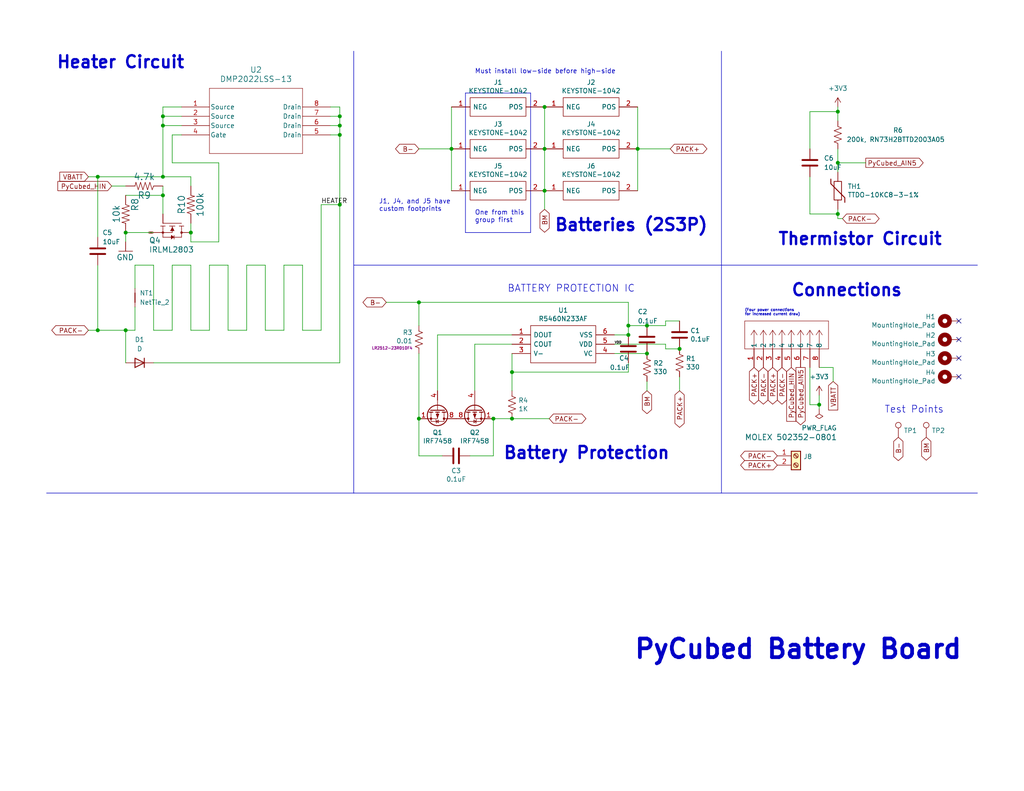
<source format=kicad_sch>
(kicad_sch (version 20230121) (generator eeschema)
  (paper "USLetter")
  (title_block (title "PyCubed Battery Board") (date "2022-04-10") (rev "Ver. 1.C.2") (company "SSI") (comment 1 "Original design by Max Holliday, slight adaptations by Grant Regen"))
  (lib_symbols
    (symbol "2024-04-24_03-49-20:DMP2022LSS-13" (pin_names (offset 0.254))
      (property "Reference" "U" (at 20.32 10.16 0))
      (property "Value" "DMP2022LSS-13" (at 20.32 7.62 0))
      (symbol "DMP2022LSS-13_0_1"
        (polyline (pts (xy 7.62 -12.7) (xy 33.02 -12.7)) (stroke (width 0.127)))
        (polyline (pts (xy 7.62 5.08) (xy 7.62 -12.7)) (stroke (width 0.127)))
        (polyline (pts (xy 33.02 -12.7) (xy 33.02 5.08)) (stroke (width 0.127)))
        (polyline (pts (xy 33.02 5.08) (xy 7.62 5.08)) (stroke (width 0.127)))
      )
      (symbol "DMP2022LSS-13_1_1"
        (pin passive line (at 0 0 0) (length 7.62) (name "Source") (number "1"))
        (pin passive line (at 0 -2.54 0) (length 7.62) (name "Source") (number "2"))
        (pin passive line (at 0 -5.08 0) (length 7.62) (name "Source") (number "3"))
        (pin passive line (at 0 -7.62 0) (length 7.62) (name "Gate") (number "4"))
        (pin passive line (at 40.64 -7.62 180) (length 7.62) (name "Drain") (number "5"))
        (pin passive line (at 40.64 -5.08 180) (length 7.62) (name "Drain") (number "6"))
        (pin passive line (at 40.64 -2.54 180) (length 7.62) (name "Drain") (number "7"))
        (pin passive line (at 40.64 0 180) (length 7.62) (name "Drain") (number "8"))
      )
    )
    (symbol "Connector:Screw_Terminal_01x02" (pin_names (offset 1.016) hide)
      (property "Reference" "J" (at 0 2.54 0))
      (property "Value" "Screw_Terminal_01x02" (at 0 -5.08 0))
      (symbol "Screw_Terminal_01x02_1_1"
        (rectangle (start -1.27 1.27) (end 1.27 -3.81) (stroke (width 0.254)) (fill (type background)))
        (circle (center 0 -2.54) (radius 0.635) (stroke (width 0.1524)))
        (polyline (pts (xy -0.5334 -2.2098) (xy 0.3302 -3.048)) (stroke (width 0.1524)))
        (polyline (pts (xy -0.5334 0.3302) (xy 0.3302 -0.508)) (stroke (width 0.1524)))
        (polyline (pts (xy -0.3556 -2.032) (xy 0.508 -2.8702)) (stroke (width 0.1524)))
        (polyline (pts (xy -0.3556 0.508) (xy 0.508 -0.3302)) (stroke (width 0.1524)))
        (circle (center 0 0) (radius 0.635) (stroke (width 0.1524)))
        (pin passive line (at -5.08 0 0) (length 3.81) (name "Pin_1") (number "1"))
        (pin passive line (at -5.08 -2.54 0) (length 3.81) (name "Pin_2") (number "2"))
      )
    )
    (symbol "Connector:TestPoint" (pin_numbers hide) (pin_names (offset 0.762) hide)
      (property "Reference" "TP" (at 0 6.858 0))
      (property "Value" "TestPoint" (at 0 5.08 0))
      (symbol "TestPoint_0_1"
        (circle (center 0 3.302) (radius 0.762))
      )
      (symbol "TestPoint_1_1"
        (pin passive line (at 0 0 90) (length 2.54) (name "1") (number "1"))
      )
    )
    (symbol "Device:C" (pin_numbers hide) (pin_names (offset 0.254))
      (property "Reference" "C" (at 0.635 2.54 0))
      (property "Value" "C" (at 0.635 -2.54 0))
      (symbol "C_0_1"
        (polyline (pts (xy -2.032 -0.762) (xy 2.032 -0.762)) (stroke (width 0.508)))
        (polyline (pts (xy -2.032 0.762) (xy 2.032 0.762)) (stroke (width 0.508)))
      )
      (symbol "C_1_1"
        (pin passive line (at 0 3.81 270) (length 2.794) (name "~") (number "1"))
        (pin passive line (at 0 -3.81 90) (length 2.794) (name "~") (number "2"))
      )
    )
    (symbol "Device:D" (pin_numbers hide) (pin_names (offset 1.016) hide)
      (property "Reference" "D" (at 0 2.54 0))
      (property "Value" "D" (at 0 -2.54 0))
      (symbol "D_0_1"
        (polyline (pts (xy -1.27 1.27) (xy -1.27 -1.27)) (stroke (width 0.254)))
        (polyline (pts (xy 1.27 0) (xy -1.27 0)))
        (polyline (pts (xy 1.27 1.27) (xy 1.27 -1.27) (xy -1.27 0) (xy 1.27 1.27)) (stroke (width 0.254)))
      )
      (symbol "D_1_1"
        (pin passive line (at -3.81 0 0) (length 2.54) (name "K") (number "1"))
        (pin passive line (at 3.81 0 180) (length 2.54) (name "A") (number "2"))
      )
    )
    (symbol "Device:NetTie_2" (pin_numbers hide) (pin_names (offset 0) hide) (in_bom no)
      (property "Reference" "NT" (at 0 1.27 0))
      (property "Value" "NetTie_2" (at 0 -1.27 0))
      (symbol "NetTie_2_0_1"
        (polyline (pts (xy -1.27 0) (xy 1.27 0)) (stroke (width 0.254)))
      )
      (symbol "NetTie_2_1_1"
        (pin passive line (at -2.54 0 0) (length 2.54) (name "1") (number "1"))
        (pin passive line (at 2.54 0 180) (length 2.54) (name "2") (number "2"))
      )
    )
    (symbol "Device:R_US" (pin_numbers hide) (pin_names (offset 0))
      (property "Reference" "R" (at 2.54 0 90))
      (property "Value" "R_US" (at -2.54 0 90))
      (symbol "R_US_0_1"
        (polyline (pts (xy 0 -2.286) (xy 0 -2.54)))
        (polyline (pts (xy 0 2.286) (xy 0 2.54)))
        (polyline (pts (xy 0 -0.762) (xy 1.016 -1.143) (xy 0 -1.524) (xy -1.016 -1.905) (xy 0 -2.286)))
        (polyline (pts (xy 0 0.762) (xy 1.016 0.381) (xy 0 0) (xy -1.016 -0.381) (xy 0 -0.762)))
        (polyline (pts (xy 0 2.286) (xy 1.016 1.905) (xy 0 1.524) (xy -1.016 1.143) (xy 0 0.762)))
      )
      (symbol "R_US_1_1"
        (pin passive line (at 0 3.81 270) (length 1.27) (name "~") (number "1"))
        (pin passive line (at 0 -3.81 90) (length 1.27) (name "~") (number "2"))
      )
    )
    (symbol "Device:Thermistor" (pin_numbers hide) (pin_names (offset 0))
      (property "Reference" "TH" (at 2.54 1.27 90))
      (property "Value" "Thermistor" (at -2.54 0 90))
      (symbol "Thermistor_0_1"
        (rectangle (start -1.016 2.54) (end 1.016 -2.54) (stroke (width 0.2032)))
        (polyline (pts (xy -1.905 3.175) (xy -1.905 1.905) (xy 1.905 -1.905) (xy 1.905 -3.175) (xy 1.905 -3.175)) (stroke (width 0.254)))
      )
      (symbol "Thermistor_1_1"
        (pin passive line (at 0 5.08 270) (length 2.54) (name "~") (number "1"))
        (pin passive line (at 0 -5.08 90) (length 2.54) (name "~") (number "2"))
      )
    )
    (symbol "Mechanical:MountingHole_Pad" (pin_numbers hide) (pin_names (offset 1.016) hide)
      (property "Reference" "H" (at 0 6.35 0))
      (property "Value" "MountingHole_Pad" (at 0 4.445 0))
      (symbol "MountingHole_Pad_0_1"
        (circle (center 0 1.27) (radius 1.27) (stroke (width 1.27)))
      )
      (symbol "MountingHole_Pad_1_1"
        (pin input line (at 0 -2.54 90) (length 2.54) (name "1") (number "1"))
      )
    )
    (symbol "Transistor_FET:IRF7404" (pin_names hide)
      (property "Reference" "Q" (at 5.08 1.905 0))
      (property "Value" "IRF7404" (at 5.08 0 0))
      (symbol "IRF7404_0_1"
        (polyline (pts (xy 0.254 0) (xy -2.54 0)))
        (polyline (pts (xy 0.254 1.905) (xy 0.254 -1.905)) (stroke (width 0.254)))
        (polyline (pts (xy 0.762 -1.27) (xy 0.762 -2.286)) (stroke (width 0.254)))
        (polyline (pts (xy 0.762 0.508) (xy 0.762 -0.508)) (stroke (width 0.254)))
        (polyline (pts (xy 0.762 2.286) (xy 0.762 1.27)) (stroke (width 0.254)))
        (polyline (pts (xy 2.54 2.54) (xy 2.54 1.778)))
        (polyline (pts (xy 2.54 -2.54) (xy 2.54 0) (xy 0.762 0)))
        (polyline (pts (xy 0.762 1.778) (xy 3.302 1.778) (xy 3.302 -1.778) (xy 0.762 -1.778)))
        (polyline (pts (xy 2.286 0) (xy 1.27 0.381) (xy 1.27 -0.381) (xy 2.286 0)) (fill (type outline)))
        (polyline (pts (xy 2.794 -0.508) (xy 2.921 -0.381) (xy 3.683 -0.381) (xy 3.81 -0.254)))
        (polyline (pts (xy 3.302 -0.381) (xy 2.921 0.254) (xy 3.683 0.254) (xy 3.302 -0.381)))
        (circle (center 1.651 0) (radius 2.794) (stroke (width 0.254)))
        (circle (center 2.54 -1.778) (radius 0.254) (fill (type outline)))
        (circle (center 2.54 1.778) (radius 0.254) (fill (type outline)))
      )
      (symbol "IRF7404_1_1"
        (pin passive line (at 2.54 -5.08 90) (length 2.54) (name "S") (number "1"))
        (pin passive line (at 2.54 -5.08 90) (length 2.54) hide (name "S") (number "2"))
        (pin passive line (at 2.54 -5.08 90) (length 2.54) hide (name "S") (number "3"))
        (pin passive line (at -5.08 0 0) (length 2.54) (name "G") (number "4"))
        (pin passive line (at 2.54 5.08 270) (length 2.54) hide (name "D") (number "5"))
        (pin passive line (at 2.54 5.08 270) (length 2.54) hide (name "D") (number "6"))
        (pin passive line (at 2.54 5.08 270) (length 2.54) hide (name "D") (number "7"))
        (pin passive line (at 2.54 5.08 270) (length 2.54) (name "D") (number "8"))
      )
    )
    (symbol "batteryboard:502352-0801" (pin_names (offset 0.254))
      (property "Reference" "J" (at 8.89 6.35 0))
      (property "Value" "502352-0801" (at 0 0 0))
      (symbol "502352-0801_1_1"
        (polyline (pts (xy 5.08 -20.32) (xy 12.7 -20.32)) (stroke (width 0.127)))
        (polyline (pts (xy 5.08 2.54) (xy 5.08 -20.32)) (stroke (width 0.127)))
        (polyline (pts (xy 10.16 -17.78) (xy 5.08 -17.78)) (stroke (width 0.127)))
        (polyline (pts (xy 10.16 -17.78) (xy 8.89 -18.6267)) (stroke (width 0.127)))
        (polyline (pts (xy 10.16 -17.78) (xy 8.89 -16.9333)) (stroke (width 0.127)))
        (polyline (pts (xy 10.16 -15.24) (xy 5.08 -15.24)) (stroke (width 0.127)))
        (polyline (pts (xy 10.16 -15.24) (xy 8.89 -16.0867)) (stroke (width 0.127)))
        (polyline (pts (xy 10.16 -15.24) (xy 8.89 -14.3933)) (stroke (width 0.127)))
        (polyline (pts (xy 10.16 -12.7) (xy 5.08 -12.7)) (stroke (width 0.127)))
        (polyline (pts (xy 10.16 -12.7) (xy 8.89 -13.5467)) (stroke (width 0.127)))
        (polyline (pts (xy 10.16 -12.7) (xy 8.89 -11.8533)) (stroke (width 0.127)))
        (polyline (pts (xy 10.16 -10.16) (xy 5.08 -10.16)) (stroke (width 0.127)))
        (polyline (pts (xy 10.16 -10.16) (xy 8.89 -11.0067)) (stroke (width 0.127)))
        (polyline (pts (xy 10.16 -10.16) (xy 8.89 -9.3133)) (stroke (width 0.127)))
        (polyline (pts (xy 10.16 -7.62) (xy 5.08 -7.62)) (stroke (width 0.127)))
        (polyline (pts (xy 10.16 -7.62) (xy 8.89 -8.4667)) (stroke (width 0.127)))
        (polyline (pts (xy 10.16 -7.62) (xy 8.89 -6.7733)) (stroke (width 0.127)))
        (polyline (pts (xy 10.16 -5.08) (xy 5.08 -5.08)) (stroke (width 0.127)))
        (polyline (pts (xy 10.16 -5.08) (xy 8.89 -5.9267)) (stroke (width 0.127)))
        (polyline (pts (xy 10.16 -5.08) (xy 8.89 -4.2333)) (stroke (width 0.127)))
        (polyline (pts (xy 10.16 -2.54) (xy 5.08 -2.54)) (stroke (width 0.127)))
        (polyline (pts (xy 10.16 -2.54) (xy 8.89 -3.3867)) (stroke (width 0.127)))
        (polyline (pts (xy 10.16 -2.54) (xy 8.89 -1.6933)) (stroke (width 0.127)))
        (polyline (pts (xy 10.16 0) (xy 5.08 0)) (stroke (width 0.127)))
        (polyline (pts (xy 10.16 0) (xy 8.89 -0.8467)) (stroke (width 0.127)))
        (polyline (pts (xy 10.16 0) (xy 8.89 0.8467)) (stroke (width 0.127)))
        (polyline (pts (xy 12.7 -20.32) (xy 12.7 2.54)) (stroke (width 0.127)))
        (polyline (pts (xy 12.7 2.54) (xy 5.08 2.54)) (stroke (width 0.127)))
        (pin unspecified line (at 0 0 0) (length 5.08) (name "1") (number "1"))
        (pin unspecified line (at 0 -2.54 0) (length 5.08) (name "2") (number "2"))
        (pin unspecified line (at 0 -5.08 0) (length 5.08) (name "3") (number "3"))
        (pin unspecified line (at 0 -7.62 0) (length 5.08) (name "4") (number "4"))
        (pin unspecified line (at 0 -10.16 0) (length 5.08) (name "5") (number "5"))
        (pin unspecified line (at 0 -12.7 0) (length 5.08) (name "6") (number "6"))
        (pin unspecified line (at 0 -15.24 0) (length 5.08) (name "7") (number "7"))
        (pin unspecified line (at 0 -17.78 0) (length 5.08) (name "8") (number "8"))
      )
      (symbol "502352-0801_1_2"
        (polyline (pts (xy 5.08 -20.32) (xy 12.7 -20.32)) (stroke (width 0.127)))
        (polyline (pts (xy 5.08 2.54) (xy 5.08 -20.32)) (stroke (width 0.127)))
        (polyline (pts (xy 7.62 -17.78) (xy 5.08 -17.78)) (stroke (width 0.127)))
        (polyline (pts (xy 7.62 -17.78) (xy 8.89 -18.6267)) (stroke (width 0.127)))
        (polyline (pts (xy 7.62 -17.78) (xy 8.89 -16.9333)) (stroke (width 0.127)))
        (polyline (pts (xy 7.62 -15.24) (xy 5.08 -15.24)) (stroke (width 0.127)))
        (polyline (pts (xy 7.62 -15.24) (xy 8.89 -16.0867)) (stroke (width 0.127)))
        (polyline (pts (xy 7.62 -15.24) (xy 8.89 -14.3933)) (stroke (width 0.127)))
        (polyline (pts (xy 7.62 -12.7) (xy 5.08 -12.7)) (stroke (width 0.127)))
        (polyline (pts (xy 7.62 -12.7) (xy 8.89 -13.5467)) (stroke (width 0.127)))
        (polyline (pts (xy 7.62 -12.7) (xy 8.89 -11.8533)) (stroke (width 0.127)))
        (polyline (pts (xy 7.62 -10.16) (xy 5.08 -10.16)) (stroke (width 0.127)))
        (polyline (pts (xy 7.62 -10.16) (xy 8.89 -11.0067)) (stroke (width 0.127)))
        (polyline (pts (xy 7.62 -10.16) (xy 8.89 -9.3133)) (stroke (width 0.127)))
        (polyline (pts (xy 7.62 -7.62) (xy 5.08 -7.62)) (stroke (width 0.127)))
        (polyline (pts (xy 7.62 -7.62) (xy 8.89 -8.4667)) (stroke (width 0.127)))
        (polyline (pts (xy 7.62 -7.62) (xy 8.89 -6.7733)) (stroke (width 0.127)))
        (polyline (pts (xy 7.62 -5.08) (xy 5.08 -5.08)) (stroke (width 0.127)))
        (polyline (pts (xy 7.62 -5.08) (xy 8.89 -5.9267)) (stroke (width 0.127)))
        (polyline (pts (xy 7.62 -5.08) (xy 8.89 -4.2333)) (stroke (width 0.127)))
        (polyline (pts (xy 7.62 -2.54) (xy 5.08 -2.54)) (stroke (width 0.127)))
        (polyline (pts (xy 7.62 -2.54) (xy 8.89 -3.3867)) (stroke (width 0.127)))
        (polyline (pts (xy 7.62 -2.54) (xy 8.89 -1.6933)) (stroke (width 0.127)))
        (polyline (pts (xy 7.62 0) (xy 5.08 0)) (stroke (width 0.127)))
        (polyline (pts (xy 7.62 0) (xy 8.89 -0.8467)) (stroke (width 0.127)))
        (polyline (pts (xy 7.62 0) (xy 8.89 0.8467)) (stroke (width 0.127)))
        (polyline (pts (xy 12.7 -20.32) (xy 12.7 2.54)) (stroke (width 0.127)))
        (polyline (pts (xy 12.7 2.54) (xy 5.08 2.54)) (stroke (width 0.127)))
        (pin unspecified line (at 0 0 0) (length 5.08) (name "1") (number "1"))
        (pin unspecified line (at 0 -2.54 0) (length 5.08) (name "2") (number "2"))
        (pin unspecified line (at 0 -5.08 0) (length 5.08) (name "3") (number "3"))
        (pin unspecified line (at 0 -7.62 0) (length 5.08) (name "4") (number "4"))
        (pin unspecified line (at 0 -10.16 0) (length 5.08) (name "5") (number "5"))
        (pin unspecified line (at 0 -12.7 0) (length 5.08) (name "6") (number "6"))
        (pin unspecified line (at 0 -15.24 0) (length 5.08) (name "7") (number "7"))
        (pin unspecified line (at 0 -17.78 0) (length 5.08) (name "8") (number "8"))
      )
    )
    (symbol "batteryboard:Keystone-1042" (pin_names (offset 0.762))
      (property "Reference" "J" (at 11.43 6.35 0))
      (property "Value" "Keystone-1042" (at 10.16 3.81 0))
      (symbol "Keystone-1042_0_0"
        (pin power_out line (at 0 0 0) (length 5.08) (name "NEG") (number "1"))
        (pin power_out line (at 25.4 0 180) (length 5.08) (name "POS") (number "2"))
      )
      (symbol "Keystone-1042_0_1"
        (polyline (pts (xy 5.08 2.54) (xy 20.32 2.54) (xy 20.32 -2.54) (xy 5.08 -2.54) (xy 5.08 2.54)) (stroke (width 0.1524)))
      )
    )
    (symbol "batteryboard:R5460N233AF" (pin_names (offset 0.762))
      (property "Reference" "U" (at 12.7 3.81 0))
      (property "Value" "R5460N233AF" (at 7.62 -8.89 0))
      (symbol "R5460N233AF_0_0"
        (pin output line (at 0 0 0) (length 5.08) (name "DOUT") (number "1"))
        (pin output line (at 0 -2.54 0) (length 5.08) (name "COUT") (number "2"))
        (pin input line (at 0 -5.08 0) (length 5.08) (name "V-") (number "3"))
        (pin input line (at 27.94 -5.08 180) (length 5.08) (name "VC") (number "4"))
        (pin power_in line (at 27.94 -2.54 180) (length 5.08) (name "VDD") (number "5"))
        (pin power_in line (at 27.94 0 180) (length 5.08) (name "VSS") (number "6"))
      )
      (symbol "R5460N233AF_0_1"
        (polyline (pts (xy 5.08 2.54) (xy 22.86 2.54) (xy 22.86 -7.62) (xy 5.08 -7.62) (xy 5.08 2.54)) (stroke (width 0.1524)))
      )
    )
    (symbol "mainboard:GND" (power) (pin_names (offset 1.016))
      (property "Value" "GND" (at -2.54 -2.54 0))
      (symbol "GND_1_0"
        (polyline (pts (xy -1.905 0) (xy 1.905 0)))
        (pin power_in line (at 0 2.54 270) (length 2.54) (name "GND") (number "1"))
      )
    )
    (symbol "mainboard:IRLML2803TRPBF" (pin_names (offset 1.016))
      (property "Reference" "Q" (at -11.43 1.27 0))
      (property "Value" "IRLML2803TRPBF" (at -11.43 3.81 0))
      (symbol "IRLML2803TRPBF_1_0"
        (polyline (pts (xy 0 2.54) (xy 0 -2.54)))
        (polyline (pts (xy 0.762 -2.54) (xy 0.762 -3.175)))
        (polyline (pts (xy 0.762 -1.905) (xy 0.762 -2.54)))
        (polyline (pts (xy 0.762 0) (xy 0.762 -0.762)))
        (polyline (pts (xy 0.762 0) (xy 2.54 0)))
        (polyline (pts (xy 0.762 0.762) (xy 0.762 0)))
        (polyline (pts (xy 0.762 2.54) (xy 0.762 1.905)))
        (polyline (pts (xy 0.762 2.54) (xy 3.81 2.54)))
        (polyline (pts (xy 0.762 3.175) (xy 0.762 2.54)))
        (polyline (pts (xy 2.54 -2.54) (xy 0.762 -2.54)))
        (polyline (pts (xy 2.54 -2.54) (xy 3.81 -2.54)))
        (polyline (pts (xy 2.54 0) (xy 2.54 -2.54)))
        (polyline (pts (xy 3.302 0.508) (xy 3.81 0.508)))
        (polyline (pts (xy 3.81 -0.508) (xy 3.81 -2.54)))
        (polyline (pts (xy 3.81 0.508) (xy 3.81 -0.508)))
        (polyline (pts (xy 3.81 0.508) (xy 4.318 0.508)))
        (polyline (pts (xy 3.81 2.54) (xy 3.81 0.508)))
        (polyline (pts (xy 1.016 0) (xy 2.032 0.508) (xy 2.032 -0.508)) (fill (type outline)))
        (polyline (pts (xy 3.81 0.508) (xy 3.302 -0.254) (xy 4.318 -0.254)) (fill (type outline)))
        (circle (center 2.54 -2.54) (radius 0.254))
        (circle (center 2.54 2.54) (radius 0.254))
        (pin passive line (at -2.54 -2.54 0) (length 2.54) (name "G") (number "1"))
        (pin passive line (at 2.54 -5.08 90) (length 2.54) (name "S") (number "2"))
        (pin passive line (at 2.54 5.08 270) (length 2.54) (name "D") (number "3"))
      )
    )
    (symbol "mainboard:RESISTOR0603" (pin_names (offset 1.016))
      (property "Reference" "R" (at 0 1.524 0))
      (property "Value" "RESISTOR0603" (at 0 -1.524 0))
      (symbol "RESISTOR0603_1_0"
        (polyline (pts (xy -2.54 0) (xy -2.159 1.016)))
        (polyline (pts (xy -2.159 1.016) (xy -1.524 -1.016)))
        (polyline (pts (xy -1.524 -1.016) (xy -0.889 1.016)))
        (polyline (pts (xy -0.889 1.016) (xy -0.254 -1.016)))
        (polyline (pts (xy -0.254 -1.016) (xy 0.381 1.016)))
        (polyline (pts (xy 0.381 1.016) (xy 1.016 -1.016)))
        (polyline (pts (xy 1.016 -1.016) (xy 1.651 1.016)))
        (polyline (pts (xy 1.651 1.016) (xy 2.286 -1.016)))
        (polyline (pts (xy 2.286 -1.016) (xy 2.54 0)))
        (pin passive line (at -5.08 0 0) (length 2.54) (name "1") (number "1"))
        (pin passive line (at 5.08 0 180) (length 2.54) (name "2") (number "2"))
      )
    )
    (symbol "power:+3V3" (power) (pin_names (offset 0))
      (property "Value" "+3V3" (at 0 3.556 0))
      (symbol "+3V3_0_1"
        (polyline (pts (xy -0.762 1.27) (xy 0 2.54)))
        (polyline (pts (xy 0 0) (xy 0 2.54)))
        (polyline (pts (xy 0 2.54) (xy 0.762 1.27)))
      )
      (symbol "+3V3_1_1"
        (pin power_in line (at 0 0 90) (length 0) hide (name "+3V3") (number "1"))
      )
    )
    (symbol "power:PWR_FLAG" (power) (pin_numbers hide) (pin_names (offset 0) hide)
      (property "Value" "PWR_FLAG" (at 0 3.81 0))
      (symbol "PWR_FLAG_0_0"
        (pin power_out line (at 0 0 90) (length 0) (name "pwr") (number "1"))
      )
      (symbol "PWR_FLAG_0_1"
        (polyline (pts (xy 0 0) (xy 0 1.27) (xy -1.016 1.905) (xy 0 2.54) (xy 1.016 1.905) (xy 0 1.27)))
      )
    )
  )
  (junction (at 34.29 90.17))
  (junction (at 185.42 95.25))
  (junction (at 44.45 31.75))
  (junction (at 34.29 63.5))
  (junction (at 26.67 90.17))
  (junction (at 139.7 114.3))
  (junction (at 228.6 44.45))
  (junction (at 139.7 101.6))
  (junction (at 171.45 88.9))
  (junction (at 92.71 34.29))
  (junction (at 171.45 91.44))
  (junction (at 148.59 52.07))
  (junction (at 92.71 36.83))
  (junction (at 44.45 53.34))
  (junction (at 114.3 82.55))
  (junction (at 223.52 110.49))
  (junction (at 26.67 48.26))
  (junction (at 148.59 29.21))
  (junction (at 173.99 40.64))
  (junction (at 123.19 40.64))
  (junction (at 228.6 58.42))
  (junction (at 92.71 55.88))
  (junction (at 92.71 31.75))
  (junction (at 228.6 30.48))
  (junction (at 176.53 96.52))
  (junction (at 52.07 63.5))
  (junction (at 176.53 88.9))
  (junction (at 148.59 40.64))
  (junction (at 114.3 114.3))
  (junction (at 134.62 114.3))
  (junction (at 44.45 48.26))
  (junction (at 44.45 34.29))
  (no_connect (at 261.62 102.87))
  (no_connect (at 261.62 92.71))
  (no_connect (at 261.62 97.79))
  (no_connect (at 261.62 87.63))
  (wire (pts (xy 82.55 72.39) (xy 77.47 72.39)))
  (wire (pts (xy 171.45 82.55) (xy 114.3 82.55)))
  (wire (pts (xy 44.45 48.26) (xy 44.45 34.29)))
  (wire (pts (xy 46.99 90.17) (xy 41.91 90.17)))
  (wire (pts (xy 171.45 99.06) (xy 171.45 101.6)))
  (wire (pts (xy 114.3 124.46) (xy 114.3 114.3)))
  (wire (pts (xy 148.59 52.07) (xy 148.59 57.15)))
  (wire (pts (xy 52.07 72.39) (xy 46.99 72.39)))
  (wire (pts (xy 139.7 106.68) (xy 139.7 101.6)))
  (wire (pts (xy 36.83 72.39) (xy 36.83 78.74)))
  (wire (pts (xy 46.99 72.39) (xy 46.99 90.17)))
  (wire (pts (xy 34.29 50.8) (xy 30.48 50.8)))
  (wire (pts (xy 34.29 53.34) (xy 44.45 53.34)))
  (wire (pts (xy 59.69 44.45) (xy 46.99 44.45)))
  (wire (pts (xy 92.71 34.29) (xy 92.71 31.75)))
  (wire (pts (xy 176.53 88.9) (xy 181.61 88.9)))
  (wire (pts (xy 41.91 63.5) (xy 34.29 63.5)))
  (wire (pts (xy 62.23 90.17) (xy 62.23 72.39)))
  (wire (pts (xy 59.69 66.04) (xy 59.69 44.45)))
  (wire (pts (xy 67.31 72.39) (xy 67.31 90.17)))
  (wire (pts (xy 34.29 63.5) (xy 34.29 66.04)))
  (wire (pts (xy 44.45 48.26) (xy 52.07 48.26)))
  (wire (pts (xy 41.91 90.17) (xy 41.91 72.39)))
  (wire (pts (xy 223.52 107.95) (xy 223.52 110.49)))
  (polyline (pts (xy 127 25.4) (xy 144.78 25.4)))
  (wire (pts (xy 119.38 91.44) (xy 139.7 91.44)))
  (wire (pts (xy 123.19 52.07) (xy 123.19 40.64)))
  (wire (pts (xy 220.98 40.64) (xy 220.98 30.48)))
  (wire (pts (xy 41.91 99.06) (xy 92.71 99.06)))
  (wire (pts (xy 176.53 106.68) (xy 176.53 104.14)))
  (wire (pts (xy 114.3 114.3) (xy 114.3 96.52)))
  (wire (pts (xy 123.19 40.64) (xy 123.19 29.21)))
  (wire (pts (xy 52.07 90.17) (xy 52.07 72.39)))
  (wire (pts (xy 119.38 106.68) (xy 119.38 91.44)))
  (wire (pts (xy 57.15 90.17) (xy 52.07 90.17)))
  (wire (pts (xy 57.15 72.39) (xy 57.15 90.17)))
  (wire (pts (xy 87.63 90.17) (xy 82.55 90.17)))
  (wire (pts (xy 44.45 29.21) (xy 49.53 29.21)))
  (wire (pts (xy 123.19 40.64) (xy 114.3 40.64)))
  (wire (pts (xy 92.71 55.88) (xy 92.71 36.83)))
  (wire (pts (xy 223.52 111.76) (xy 223.52 110.49)))
  (wire (pts (xy 128.27 124.46) (xy 134.62 124.46)))
  (wire (pts (xy 223.52 110.49) (xy 220.98 110.49)))
  (wire (pts (xy 228.6 44.45) (xy 228.6 40.64)))
  (wire (pts (xy 26.67 90.17) (xy 34.29 90.17)))
  (wire (pts (xy 173.99 40.64) (xy 182.88 40.64)))
  (wire (pts (xy 167.64 91.44) (xy 171.45 91.44)))
  (wire (pts (xy 185.42 106.68) (xy 185.42 102.87)))
  (wire (pts (xy 72.39 90.17) (xy 72.39 72.39)))
  (wire (pts (xy 46.99 44.45) (xy 46.99 36.83)))
  (wire (pts (xy 67.31 90.17) (xy 62.23 90.17)))
  (wire (pts (xy 77.47 72.39) (xy 77.47 90.17)))
  (wire (pts (xy 171.45 88.9) (xy 176.53 88.9)))
  (wire (pts (xy 92.71 31.75) (xy 92.71 29.21)))
  (wire (pts (xy 87.63 55.88) (xy 87.63 90.17)))
  (wire (pts (xy 171.45 88.9) (xy 171.45 91.44)))
  (wire (pts (xy 92.71 36.83) (xy 92.71 34.29)))
  (wire (pts (xy 148.59 40.64) (xy 148.59 52.07)))
  (wire (pts (xy 181.61 88.9) (xy 181.61 87.63)))
  (wire (pts (xy 44.45 31.75) (xy 44.45 29.21)))
  (wire (pts (xy 92.71 55.88) (xy 87.63 55.88)))
  (polyline (pts (xy 12.7 134.62) (xy 96.52 134.62)))
  (wire (pts (xy 134.62 114.3) (xy 139.7 114.3)))
  (wire (pts (xy 181.61 87.63) (xy 185.42 87.63)))
  (wire (pts (xy 171.45 101.6) (xy 139.7 101.6)))
  (wire (pts (xy 171.45 88.9) (xy 171.45 82.55)))
  (wire (pts (xy 77.47 90.17) (xy 72.39 90.17)))
  (wire (pts (xy 114.3 82.55) (xy 105.41 82.55)))
  (polyline (pts (xy 96.52 134.62) (xy 96.52 13.97)))
  (wire (pts (xy 228.6 59.69) (xy 228.6 58.42)))
  (wire (pts (xy 129.54 93.98) (xy 129.54 106.68)))
  (wire (pts (xy 26.67 72.39) (xy 26.67 90.17)))
  (wire (pts (xy 90.17 31.75) (xy 92.71 31.75)))
  (wire (pts (xy 72.39 72.39) (xy 67.31 72.39)))
  (wire (pts (xy 44.45 50.8) (xy 44.45 53.34)))
  (wire (pts (xy 24.13 48.26) (xy 26.67 48.26)))
  (wire (pts (xy 134.62 124.46) (xy 134.62 114.3)))
  (wire (pts (xy 52.07 66.04) (xy 52.07 63.5)))
  (wire (pts (xy 228.6 58.42) (xy 228.6 57.15)))
  (wire (pts (xy 34.29 90.17) (xy 36.83 90.17)))
  (wire (pts (xy 120.65 124.46) (xy 114.3 124.46)))
  (wire (pts (xy 228.6 30.48) (xy 228.6 33.02)))
  (wire (pts (xy 36.83 83.82) (xy 36.83 90.17)))
  (wire (pts (xy 44.45 34.29) (xy 49.53 34.29)))
  (wire (pts (xy 149.86 114.3) (xy 139.7 114.3)))
  (wire (pts (xy 139.7 101.6) (xy 139.7 96.52)))
  (wire (pts (xy 44.45 53.34) (xy 44.45 58.42)))
  (wire (pts (xy 90.17 29.21) (xy 92.71 29.21)))
  (wire (pts (xy 26.67 48.26) (xy 44.45 48.26)))
  (wire (pts (xy 228.6 46.99) (xy 228.6 44.45)))
  (wire (pts (xy 92.71 99.06) (xy 92.71 55.88)))
  (wire (pts (xy 227.33 104.14) (xy 227.33 100.33)))
  (wire (pts (xy 181.61 93.98) (xy 181.61 95.25)))
  (wire (pts (xy 220.98 58.42) (xy 220.98 48.26)))
  (wire (pts (xy 52.07 60.96) (xy 52.07 63.5)))
  (polyline (pts (xy 144.78 25.4) (xy 144.78 63.5)))
  (wire (pts (xy 148.59 29.21) (xy 148.59 40.64)))
  (polyline (pts (xy 144.78 63.5) (xy 127 63.5)))
  (polyline (pts (xy 196.85 13.97) (xy 196.85 134.62)))
  (wire (pts (xy 227.33 100.33) (xy 223.52 100.33)))
  (polyline (pts (xy 96.52 72.39) (xy 266.7 72.39)))
  (wire (pts (xy 173.99 52.07) (xy 173.99 40.64)))
  (wire (pts (xy 228.6 44.45) (xy 236.22 44.45)))
  (polyline (pts (xy 96.52 134.62) (xy 266.7 134.62)))
  (wire (pts (xy 114.3 82.55) (xy 114.3 88.9)))
  (wire (pts (xy 26.67 48.26) (xy 26.67 64.77)))
  (wire (pts (xy 220.98 110.49) (xy 220.98 100.33)))
  (polyline (pts (xy 127 63.5) (xy 127 25.4)))
  (wire (pts (xy 34.29 90.17) (xy 34.29 99.06)))
  (wire (pts (xy 229.87 59.69) (xy 228.6 59.69)))
  (wire (pts (xy 52.07 48.26) (xy 52.07 50.8)))
  (wire (pts (xy 24.13 90.17) (xy 26.67 90.17)))
  (wire (pts (xy 44.45 34.29) (xy 44.45 31.75)))
  (wire (pts (xy 41.91 72.39) (xy 36.83 72.39)))
  (wire (pts (xy 62.23 72.39) (xy 57.15 72.39)))
  (wire (pts (xy 82.55 72.39) (xy 82.55 90.17)))
  (wire (pts (xy 44.45 31.75) (xy 49.53 31.75)))
  (wire (pts (xy 46.99 36.83) (xy 49.53 36.83)))
  (wire (pts (xy 167.64 93.98) (xy 181.61 93.98)))
  (wire (pts (xy 173.99 40.64) (xy 173.99 29.21)))
  (wire (pts (xy 220.98 30.48) (xy 228.6 30.48)))
  (wire (pts (xy 90.17 34.29) (xy 92.71 34.29)))
  (wire (pts (xy 181.61 95.25) (xy 185.42 95.25)))
  (wire (pts (xy 167.64 96.52) (xy 176.53 96.52)))
  (wire (pts (xy 220.98 58.42) (xy 228.6 58.42)))
  (wire (pts (xy 129.54 93.98) (xy 139.7 93.98)))
  (wire (pts (xy 52.07 66.04) (xy 59.69 66.04)))
  (wire (pts (xy 90.17 36.83) (xy 92.71 36.83)))
  (wire (pts (xy 228.6 29.21) (xy 228.6 30.48)))
  (text "Connections" (at 246.38 81.28 0) (effects (font (size 3.2766 3.2766) (thickness 0.6553) bold) (justify right bottom)))
  (text "(Four power connections \nfor increased current draw)" (at 203.2 86.36 0) (effects (font (size 0.7112 0.7112)) (justify left bottom)))
  (text "One from this \ngroup first" (at 129.54 60.96 0) (effects (font (size 1.27 1.27)) (justify left bottom)))
  (text "PyCubed Battery Board" (at 172.72 180.34 0) (effects (font (size 5.08 5.08) (thickness 1.016) bold) (justify left bottom)))
  (text "Batteries (2S3P)" (at 151.13 63.5 0) (effects (font (size 3.2766 3.2766) (thickness 0.6553) bold) (justify left bottom)))
  (text "Heater Circuit" (at 15.24 19.05 0) (effects (font (size 3.2766 3.2766) (thickness 0.6553) bold) (justify left bottom)))
  (text "Test Points" (at 241.3 113.03 0) (effects (font (size 1.905 1.905)) (justify left bottom)))
  (text "J1, J4, and J5 have\ncustom footprints" (at 103.378 57.912 0) (effects (font (size 1.27 1.27)) (justify left bottom)))
  (text "Battery Protection" (at 137.16 125.73 0) (effects (font (size 3.2766 3.2766) (thickness 0.6553) bold) (justify left bottom)))
  (text "Must install low-side before high-side" (at 129.54 20.32 0) (effects (font (size 1.27 1.27)) (justify left bottom)))
  (text "Thermistor Circuit" (at 212.09 67.31 0) (effects (font (size 3.2766 3.2766) (thickness 0.6553) bold) (justify left bottom)))
  (text "BATTERY PROTECTION IC" (at 138.43 80.01 0) (effects (font (size 1.905 1.905)) (justify left bottom)))
  (label "HEATER" (at 87.63 55.88 0))
  (label "VDD" (at 167.64 93.98 0) (effects (font (size 0.635 0.635))))
  (global_label "PACK+" (shape bidirectional) (at 210.82 100.33 270) (property "Intersheetrefs" "${INTERSHEET_REFS}" (effects hide)))
  (global_label "PyCubed_AIN5" (shape output) (at 218.44 100.33 270) (property "Intersheetrefs" "${INTERSHEET_REFS}" (effects hide)))
  (global_label "PyCubed_HIN" (shape input) (at 215.9 100.33 270) (property "Intersheetrefs" "${INTERSHEET_REFS}" (effects hide)))
  (global_label "GND" (shape bidirectional) (at 41.91 63.5 180) (effects (font (size 0.254 0.254))) (property "Intersheetrefs" "${INTERSHEET_REFS}" (effects hide)))
  (global_label "VBATT" (shape input) (at 227.33 104.14 270) (property "Intersheetrefs" "${INTERSHEET_REFS}" (effects hide)))
  (global_label "PACK+" (shape bidirectional) (at 212.09 127 180) (property "Intersheetrefs" "${INTERSHEET_REFS}" (effects hide)))
  (global_label "VBATT" (shape input) (at 24.13 48.26 180) (property "Intersheetrefs" "${INTERSHEET_REFS}" (effects hide)))
  (global_label "PACK-" (shape bidirectional) (at 229.87 59.69 0) (property "Intersheetrefs" "${INTERSHEET_REFS}" (effects hide)))
  (global_label "PACK+" (shape bidirectional) (at 185.42 106.68 270) (property "Intersheetrefs" "${INTERSHEET_REFS}" (effects hide)))
  (global_label "PACK-" (shape bidirectional) (at 212.09 124.46 180) (property "Intersheetrefs" "${INTERSHEET_REFS}" (effects hide)))
  (global_label "B-" (shape bidirectional) (at 114.3 40.64 180) (property "Intersheetrefs" "${INTERSHEET_REFS}" (effects hide)))
  (global_label "B-" (shape bidirectional) (at 245.11 119.38 270) (property "Intersheetrefs" "${INTERSHEET_REFS}" (effects hide)))
  (global_label "B-" (shape bidirectional) (at 105.41 82.55 180) (property "Intersheetrefs" "${INTERSHEET_REFS}" (effects hide)))
  (global_label "BM" (shape bidirectional) (at 176.53 106.68 270) (property "Intersheetrefs" "${INTERSHEET_REFS}" (effects hide)))
  (global_label "PACK-" (shape bidirectional) (at 149.86 114.3 0) (property "Intersheetrefs" "${INTERSHEET_REFS}" (effects hide)))
  (global_label "BM" (shape bidirectional) (at 148.59 57.15 270) (property "Intersheetrefs" "${INTERSHEET_REFS}" (effects hide)))
  (global_label "PACK-" (shape bidirectional) (at 208.28 100.33 270) (property "Intersheetrefs" "${INTERSHEET_REFS}" (effects hide)))
  (global_label "PACK-" (shape bidirectional) (at 24.13 90.17 180) (property "Intersheetrefs" "${INTERSHEET_REFS}" (effects hide)))
  (global_label "PyCubed_HIN" (shape input) (at 30.48 50.8 180) (property "Intersheetrefs" "${INTERSHEET_REFS}" (effects hide)))
  (global_label "PACK+" (shape bidirectional) (at 205.74 100.33 270) (property "Intersheetrefs" "${INTERSHEET_REFS}" (effects hide)))
  (global_label "PACK-" (shape bidirectional) (at 213.36 100.33 270) (property "Intersheetrefs" "${INTERSHEET_REFS}" (effects hide)))
  (global_label "BM" (shape bidirectional) (at 252.73 119.38 270) (property "Intersheetrefs" "${INTERSHEET_REFS}" (effects hide)))
  (global_label "PACK+" (shape bidirectional) (at 182.88 40.64 0) (property "Intersheetrefs" "${INTERSHEET_REFS}" (effects hide)))
  (global_label "PyCubed_AIN5" (shape output) (at 236.22 44.45 0) (property "Intersheetrefs" "${INTERSHEET_REFS}" (effects hide)))
  (symbol (lib_id "batteryboard:Keystone-1042") (at 148.59 29.21 0) (unit 1)
    (property "Reference" "J2" (at 161.29 22.479 0))
    (property "Value" "KEYSTONE-1042" (at 161.29 24.7904 0))
    (property "Footprint" "batteryboard:Keystone_1042" (effects hide))
    (property "Datasheet" "http://www.mouser.com/ds/2/215/042-744829.pdf" (effects hide))
    (property "Description" "Cylindrical Battery Contacts, Clips, Holders & Springs 18650 S/M PC BATTERY HOLDER" (effects hide))
    (property "Manufacturer_Name" "Keystone Electronics" (effects hide))
    (property "Manufacturer_Part_Number" "1042" (effects hide))
    (property "Mouser Part Number" "534-1042" (effects hide))
    (property "Mouser Price/Stock" "https://www.mouser.com/Search/Refine.aspx?Keyword=534-1042" (effects hide))
  )
  (symbol (lib_id "batteryboard:Keystone-1042") (at 123.19 29.21 0) (unit 1)
    (property "Reference" "J1" (at 135.89 22.479 0))
    (property "Value" "KEYSTONE-1042" (at 135.89 24.7904 0))
    (property "Footprint" "batteryboard:Keystone_1042" (effects hide))
    (property "Datasheet" "http://www.mouser.com/ds/2/215/042-744829.pdf" (effects hide))
    (property "Description" "Cylindrical Battery Contacts, Clips, Holders & Springs 18650 S/M PC BATTERY HOLDER" (effects hide))
    (property "Manufacturer_Name" "Keystone Electronics" (effects hide))
    (property "Manufacturer_Part_Number" "1042" (effects hide))
    (property "Mouser Part Number" "534-1042" (effects hide))
    (property "Mouser Price/Stock" "https://www.mouser.com/Search/Refine.aspx?Keyword=534-1042" (effects hide))
  )
  (symbol (lib_id "batteryboard:Keystone-1042") (at 123.19 40.64 0) (unit 1)
    (property "Reference" "J3" (at 135.89 33.909 0))
    (property "Value" "KEYSTONE-1042" (at 135.89 36.2204 0))
    (property "Footprint" "batteryboard:Keystone_1042" (effects hide))
    (property "Datasheet" "http://www.mouser.com/ds/2/215/042-744829.pdf" (effects hide))
    (property "Description" "Cylindrical Battery Contacts, Clips, Holders & Springs 18650 S/M PC BATTERY HOLDER" (effects hide))
    (property "Manufacturer_Name" "Keystone Electronics" (effects hide))
    (property "Manufacturer_Part_Number" "1042" (effects hide))
    (property "Mouser Part Number" "534-1042" (effects hide))
    (property "Mouser Price/Stock" "https://www.mouser.com/Search/Refine.aspx?Keyword=534-1042" (effects hide))
  )
  (symbol (lib_id "batteryboard:Keystone-1042") (at 148.59 40.64 0) (unit 1)
    (property "Reference" "J4" (at 161.29 33.909 0))
    (property "Value" "KEYSTONE-1042" (at 161.29 36.2204 0))
    (property "Footprint" "batteryboard:Keystone_1042" (effects hide))
    (property "Datasheet" "http://www.mouser.com/ds/2/215/042-744829.pdf" (effects hide))
    (property "Description" "Cylindrical Battery Contacts, Clips, Holders & Springs 18650 S/M PC BATTERY HOLDER" (effects hide))
    (property "Manufacturer_Name" "Keystone Electronics" (effects hide))
    (property "Manufacturer_Part_Number" "1042" (effects hide))
    (property "Mouser Part Number" "534-1042" (effects hide))
    (property "Mouser Price/Stock" "https://www.mouser.com/Search/Refine.aspx?Keyword=534-1042" (effects hide))
  )
  (symbol (lib_id "batteryboard:Keystone-1042") (at 123.19 52.07 0) (unit 1)
    (property "Reference" "J5" (at 135.89 45.339 0))
    (property "Value" "KEYSTONE-1042" (at 135.89 47.6504 0))
    (property "Footprint" "batteryboard:Keystone_1042" (effects hide))
    (property "Datasheet" "http://www.mouser.com/ds/2/215/042-744829.pdf" (effects hide))
    (property "Description" "Cylindrical Battery Contacts, Clips, Holders & Springs 18650 S/M PC BATTERY HOLDER" (effects hide))
    (property "Manufacturer_Name" "Keystone Electronics" (effects hide))
    (property "Manufacturer_Part_Number" "1042" (effects hide))
    (property "Mouser Part Number" "534-1042" (effects hide))
    (property "Mouser Price/Stock" "https://www.mouser.com/Search/Refine.aspx?Keyword=534-1042" (effects hide))
  )
  (symbol (lib_id "batteryboard:Keystone-1042") (at 148.59 52.07 0) (unit 1)
    (property "Reference" "J6" (at 161.29 45.339 0))
    (property "Value" "KEYSTONE-1042" (at 161.29 47.6504 0))
    (property "Footprint" "batteryboard:Keystone_1042" (effects hide))
    (property "Datasheet" "http://www.mouser.com/ds/2/215/042-744829.pdf" (effects hide))
    (property "Description" "Cylindrical Battery Contacts, Clips, Holders & Springs 18650 S/M PC BATTERY HOLDER" (effects hide))
    (property "Manufacturer_Name" "Keystone Electronics" (effects hide))
    (property "Manufacturer_Part_Number" "1042" (effects hide))
    (property "Mouser Part Number" "534-1042" (effects hide))
    (property "Mouser Price/Stock" "https://www.mouser.com/Search/Refine.aspx?Keyword=534-1042" (effects hide))
  )
  (symbol (lib_id "batteryboard:R5460N233AF") (at 139.7 91.44 0) (unit 1)
    (property "Reference" "U1" (at 153.67 84.709 0))
    (property "Value" "R5460N233AF" (at 153.67 87.0204 0))
    (property "Footprint" "Package_TO_SOT_SMD:SOT-23-6" (effects hide))
    (property "Datasheet" "http://www.mouser.com/datasheet/2/792/r5460-e-1085730.pdf" (effects hide))
    (property "Description" "Battery Management 2-Cell Li-ion Protection IC" (effects hide))
    (property "Height" "1.3" (effects hide))
    (property "Manufacturer_Name" "Ricoh Electronic Devices Company" (effects hide))
    (property "Manufacturer_Part_Number" "R5460N233AF-TR-FE" (effects hide))
    (property "Mouser Part Number" "848-R5460N233AFTRFE" (effects hide))
    (property "Mouser Price/Stock" "https://www.mouser.com/Search/Refine.aspx?Keyword=848-R5460N233AFTRFE" (effects hide))
  )
  (symbol (lib_id "Connector:TestPoint") (at 245.11 119.38 0) (unit 1)
    (property "Reference" "TP1" (at 246.5832 117.5512 0) (effects (justify left)))
    (property "Value" "TestPoint" (effects hide))
    (property "Footprint" "TestPoint:TestPoint_Loop_D1.80mm_Drill1.0mm_Beaded" (effects hide))
    (property "DNP" "DNP" (effects hide))
  )
  (symbol (lib_id "Connector:TestPoint") (at 252.73 119.38 0) (unit 1)
    (property "Reference" "TP2" (at 254.2032 117.5512 0) (effects (justify left)))
    (property "Value" "TestPoint" (effects hide))
    (property "Footprint" "TestPoint:TestPoint_Loop_D1.80mm_Drill1.0mm_Beaded" (effects hide))
    (property "DNP" "DNP" (effects hide))
  )
  (symbol (lib_id "Transistor_FET:IRF7404") (at 129.54 111.76 90) (mirror x) (unit 1)
    (property "Reference" "Q2" (at 129.54 118.0846 90))
    (property "Value" "IRF7458" (at 129.54 120.396 90))
    (property "Footprint" "Package_SO:SOIC-8_3.9x4.9mm_P1.27mm" (effects hide))
    (property "Datasheet" "http://www.infineon.com/dgdl/irf7404.pdf?fileId=5546d462533600a4015355fa2b5b1b9e" (effects hide))
  )
  (symbol (lib_id "Transistor_FET:IRF7404") (at 119.38 111.76 270) (unit 1)
    (property "Reference" "Q1" (at 119.38 118.0846 90))
    (property "Value" "IRF7458" (at 119.38 120.396 90))
    (property "Footprint" "Package_SO:SOIC-8_3.9x4.9mm_P1.27mm" (effects hide))
    (property "Datasheet" "http://www.infineon.com/dgdl/irf7404.pdf?fileId=5546d462533600a4015355fa2b5b1b9e" (effects hide))
  )
  (symbol (lib_id "Device:R_US") (at 176.53 100.33 180) (unit 1)
    (property "Reference" "R2" (at 178.2572 99.1616 0) (effects (justify right)))
    (property "Value" "330" (at 178.2572 101.473 0) (effects (justify right)))
    (property "Footprint" "Resistor_SMD:R_0603_1608Metric" (effects hide))
  )
  (symbol (lib_id "Device:C") (at 176.53 92.71 0) (unit 1)
    (property "Reference" "C2" (at 173.99 85.09 0) (effects (justify left)))
    (property "Value" "0.1uF" (at 173.99 87.63 0) (effects (justify left)))
    (property "Footprint" "Capacitor_SMD:C_0603_1608Metric" (effects hide))
  )
  (symbol (lib_id "Device:C") (at 185.42 91.44 0) (unit 1)
    (property "Reference" "C1" (at 188.341 90.2716 0) (effects (justify left)))
    (property "Value" "0.1uF" (at 188.341 92.583 0) (effects (justify left)))
    (property "Footprint" "Capacitor_SMD:C_0603_1608Metric" (effects hide))
  )
  (symbol (lib_id "Device:R_US") (at 185.42 99.06 180) (unit 1)
    (property "Reference" "R1" (at 187.1472 97.8916 0) (effects (justify right)))
    (property "Value" "330" (at 187.1472 100.203 0) (effects (justify right)))
    (property "Footprint" "Resistor_SMD:R_0603_1608Metric" (effects hide))
  )
  (symbol (lib_id "Device:R_US") (at 139.7 110.49 0) (unit 1)
    (property "Reference" "R4" (at 141.4272 109.3216 0) (effects (justify left)))
    (property "Value" "1K" (at 141.4272 111.633 0) (effects (justify left)))
    (property "Footprint" "Resistor_SMD:R_0603_1608Metric" (effects hide))
    (property "Manufacturer_Part_Number" "LR2512-23R010F4" (effects hide))
  )
  (symbol (lib_id "Device:C") (at 171.45 95.25 0) (unit 1)
    (property "Reference" "C4" (at 168.91 97.79 0) (effects (justify left)))
    (property "Value" "0.1uF" (at 166.37 100.33 0) (effects (justify left)))
    (property "Footprint" "Capacitor_SMD:C_0603_1608Metric" (effects hide))
  )
  (symbol (lib_id "Device:R_US") (at 114.3 92.71 0) (unit 1)
    (property "Reference" "R3" (at 112.5728 90.7796 0) (effects (justify right)))
    (property "Value" "0.01" (at 112.5728 93.091 0) (effects (justify right)))
    (property "Footprint" "Resistor_SMD:R_2512_6332Metric" (effects hide))
    (property "PN" "LR2512-23R010F4" (at 112.5728 95.0214 0) (effects (font (size 0.762 0.762)) (justify right)))
  )
  (symbol (lib_id "Device:C") (at 124.46 124.46 90) (unit 1)
    (property "Reference" "C3" (at 124.46 128.524 90))
    (property "Value" "0.1uF" (at 124.46 130.8354 90))
    (property "Footprint" "Capacitor_SMD:C_0603_1608Metric" (effects hide))
  )
  (symbol (lib_id "Mechanical:MountingHole_Pad") (at 259.08 87.63 90) (mirror x) (unit 1)
    (property "Reference" "H1" (at 255.27 86.4616 90) (effects (justify left)))
    (property "Value" "MountingHole_Pad" (at 255.27 88.773 90) (effects (justify left)))
    (property "Footprint" "batteryboard:MountingHole_3.2mm_M3_DIN965_PadMOD" (effects hide))
    (property "DNP" "DNP" (effects hide))
  )
  (symbol (lib_id "Mechanical:MountingHole_Pad") (at 259.08 92.71 90) (mirror x) (unit 1)
    (property "Reference" "H2" (at 255.27 91.5416 90) (effects (justify left)))
    (property "Value" "MountingHole_Pad" (at 255.27 93.853 90) (effects (justify left)))
    (property "Footprint" "batteryboard:MountingHole_3.2mm_M3_DIN965_PadMOD" (effects hide))
    (property "DNP" "DNP" (effects hide))
  )
  (symbol (lib_id "Mechanical:MountingHole_Pad") (at 259.08 97.79 90) (mirror x) (unit 1)
    (property "Reference" "H3" (at 255.27 96.6216 90) (effects (justify left)))
    (property "Value" "MountingHole_Pad" (at 255.27 98.933 90) (effects (justify left)))
    (property "Footprint" "batteryboard:MountingHole_3.2mm_M3_DIN965_PadMOD" (effects hide))
    (property "DNP" "DNP" (effects hide))
  )
  (symbol (lib_id "Mechanical:MountingHole_Pad") (at 259.08 102.87 90) (mirror x) (unit 1)
    (property "Reference" "H4" (at 255.27 101.7016 90) (effects (justify left)))
    (property "Value" "MountingHole_Pad" (at 255.27 104.013 90) (effects (justify left)))
    (property "Footprint" "batteryboard:MountingHole_3.2mm_M3_DIN965_PadMOD" (effects hide))
    (property "DNP" "DNP" (effects hide))
  )
  (symbol (lib_id "Connector:Screw_Terminal_01x02") (at 217.17 124.46 0) (unit 1)
    (property "Reference" "J8" (at 219.202 124.6632 0) (effects (justify left)))
    (property "Value" "Screw_Terminal_01x02" (effects hide))
    (property "Footprint" "batteryboard:pheonix_2pos_screwterminal" (effects hide))
    (property "DNP" "DNP" (effects hide))
  )
  (symbol (lib_id "Device:R_US") (at 228.6 36.83 0) (unit 1)
    (property "Reference" "R6" (at 246.38 35.56 0) (effects (justify right)))
    (property "Value" "200k, RN73H2BTTD2003A05" (at 257.81 38.1 0) (effects (justify right)))
    (property "Footprint" "Resistor_SMD:R_1206_3216Metric" (effects hide))
  )
  (symbol (lib_id "Device:Thermistor") (at 228.6 52.07 0) (unit 1)
    (property "Reference" "TH1" (at 231.267 50.9016 0) (effects (justify left)))
    (property "Value" "TTDO-10KC8-3-1%" (at 231.267 53.213 0) (effects (justify left)))
    (property "Footprint" "Resistor_THT:R_Axial_DIN0204_L3.6mm_D1.6mm_P5.08mm_Horizontal" (effects hide))
  )
  (symbol (lib_id "mainboard:RESISTOR0603") (at 39.37 50.8 180) (unit 1)
    (property "Reference" "R9" (at 39.37 52.324 0) (effects (font (size 1.778 1.778)) (justify bottom)))
    (property "Value" "4.7k" (at 39.37 49.276 0) (effects (font (size 1.778 1.778)) (justify top)))
    (property "Footprint" "Resistor_SMD:R_0603_1608Metric" (effects hide))
    (property "Description" "4.7k 0603" (effects hide))
  )
  (symbol (lib_id "power:PWR_FLAG") (at 223.52 111.76 180) (unit 1)
    (property "Reference" "#FLG01" (effects hide))
    (property "Value" "PWR_FLAG" (at 223.52 116.84 0))
  )
  (symbol (lib_id "Device:NetTie_2") (at 36.83 81.28 90) (unit 1) (in_bom no)
    (property "Reference" "NT1" (at 38.1 80.01 90) (effects (justify right)))
    (property "Value" "NetTie_2" (at 38.1 82.55 90) (effects (justify right)))
    (property "Footprint" "NetTie:NetTie-2_SMD_Pad0.5mm" (effects hide))
  )
  (symbol (lib_id "mainboard:RESISTOR0603") (at 34.29 58.42 270) (unit 1)
    (property "Reference" "R8" (at 35.814 55.88 0) (effects (font (size 1.778 1.778)) (justify bottom)))
    (property "Value" "10k" (at 32.766 58.42 0) (effects (font (size 1.778 1.778)) (justify top)))
    (property "Footprint" "Resistor_SMD:R_0603_1608Metric" (effects hide))
    (property "Description" "10k 0603" (effects hide))
  )
  (symbol (lib_id "power:+3V3") (at 228.6 29.21 0) (unit 1)
    (property "Reference" "#PWR02" (effects hide))
    (property "Value" "+3V3" (at 228.6 24.13 0))
  )
  (symbol (lib_id "batteryboard:502352-0801") (at 205.74 100.33 90) (unit 1)
    (property "Reference" "J7" (effects hide))
    (property "Value" "MOLEX 502352-0801" (at 203.2 119.38 90) (effects (font (size 1.524 1.524)) (justify right)))
    (property "Footprint" "batteryboard_local:CONN_502352-0801_MOL" (effects hide))
    (property "Datasheet" "502352-0801" (effects hide))
  )
  (symbol (lib_id "2024-04-24_03-49-20:DMP2022LSS-13") (at 49.53 29.21 0) (unit 1)
    (property "Reference" "U2" (at 69.85 19.05 0) (effects (font (size 1.524 1.524))))
    (property "Value" "DMP2022LSS-13" (at 69.85 21.59 0) (effects (font (size 1.524 1.524))))
    (property "Footprint" "SOIC_2LSS-13_DIO" (effects hide))
    (property "Datasheet" "DMP2022LSS-13" (effects hide))
  )
  (symbol (lib_id "power:+3V3") (at 223.52 107.95 0) (unit 1)
    (property "Reference" "#PWR01" (effects hide))
    (property "Value" "+3V3" (at 223.52 102.87 0))
  )
  (symbol (lib_id "mainboard:GND") (at 34.29 68.58 0) (unit 1)
    (property "Reference" "#GND01" (effects hide))
    (property "Value" "GND" (at 31.75 71.12 0) (effects (font (size 1.4986 1.4986)) (justify left bottom)))
  )
  (symbol (lib_id "Device:D") (at 38.1 99.06 180) (unit 1)
    (property "Reference" "D1" (at 38.1 92.71 0))
    (property "Value" "D" (at 38.1 95.25 0))
    (property "Footprint" "Diode_SMD:D_SOD-123F" (effects hide))
    (property "Sim.Device" "D" (effects hide))
    (property "Sim.Pins" "1=K 2=A" (effects hide))
  )
  (symbol (lib_id "mainboard:IRLML2803TRPBF") (at 46.99 60.96 270) (unit 1)
    (property "Reference" "Q4" (at 40.64 64.77 90) (effects (font (size 1.4986 1.4986)) (justify left top)))
    (property "Value" "IRLML2803" (at 40.64 67.31 90) (effects (font (size 1.4986 1.4986)) (justify left top)))
    (property "Footprint" "batteryboard_local:SOT-23" (effects hide))
    (property "Datasheet" "https://www.infineon.com/dgdl/irlml2803pbf.pdf?fileId=5546d462533600a4015356682aff260f" (effects hide))
    (property "Description" "Single N-Channel MOSFET" (effects hide))
    (property "Flight" "MMBT2222AT " (effects hide))
    (property "Manufacturer_Name" "ON Semiconductor" (effects hide))
    (property "Manufacturer_Part_Number" "MMBT2222AT " (effects hide))
    (property "Proto" "2302" (effects hide))
  )
  (symbol (lib_id "Device:C") (at 220.98 44.45 0) (unit 1)
    (property "Reference" "C6" (at 224.79 43.18 0) (effects (justify left)))
    (property "Value" "10uF" (at 224.79 45.72 0) (effects (justify left)))
    (property "Footprint" "Capacitor_SMD:C_0603_1608Metric" (effects hide))
  )
  (symbol (lib_id "Device:C") (at 26.67 68.58 0) (unit 1)
    (property "Reference" "C5" (at 27.94 63.5 0) (effects (justify left)))
    (property "Value" "10uF" (at 27.94 66.04 0) (effects (justify left)))
    (property "Footprint" "Capacitor_SMD:C_0603_1608Metric" (effects hide))
  )
  (symbol (lib_id "mainboard:RESISTOR0603") (at 52.07 55.88 90) (unit 1)
    (property "Reference" "R10" (at 50.546 55.88 0) (effects (font (size 1.778 1.778)) (justify bottom)))
    (property "Value" "100k" (at 53.594 55.88 0) (effects (font (size 1.778 1.778)) (justify top)))
    (property "Footprint" "Resistor_SMD:R_0603_1608Metric" (effects hide))
    (property "Description" "100K 0603" (effects hide))
  )
)
</source>
